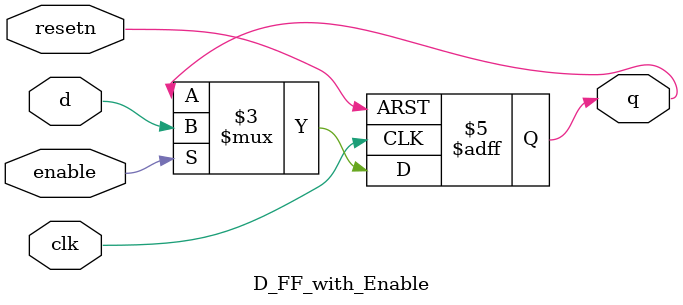
<source format=v>
/*
Anthony De Caria

This is a D Flip Flop with a seperate enable.
*/

module D_FF_with_Enable(clk, resetn, enable, d, q);
	
	input clk;
	input resetn;
	input enable;
	input d;
	output reg q;
	
	always @(posedge clk or negedge resetn)
	begin
		if (!resetn)
		begin
			q <= 1'b0;
		end
		else
		begin
			if (enable)
			begin
				q <= d;
			end
		end
	end
	
endmodule

</source>
